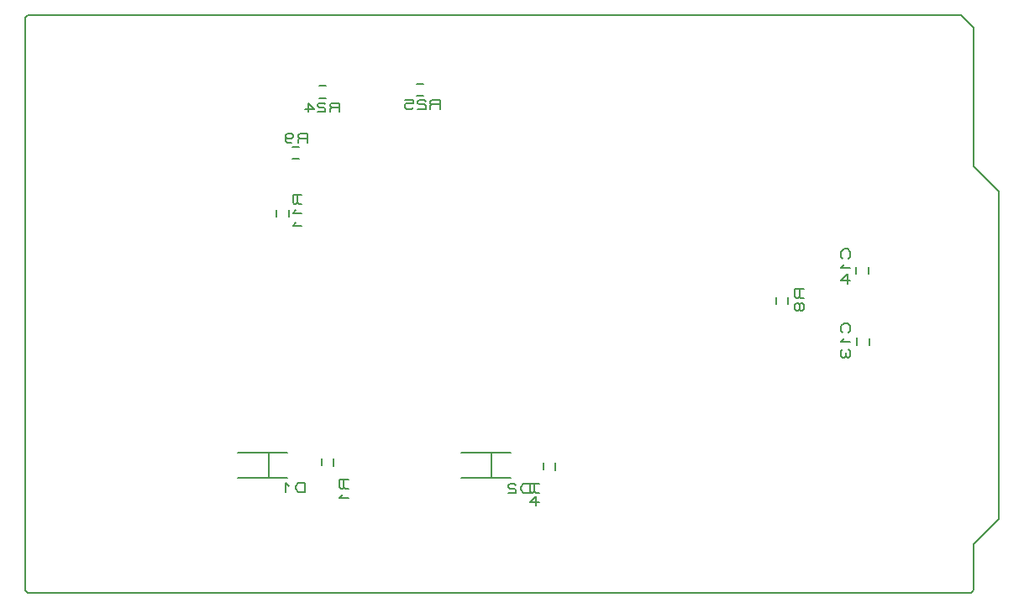
<source format=gbr>
G04 PROTEUS GERBER X2 FILE*
%TF.GenerationSoftware,Labcenter,Proteus,8.6-SP2-Build23525*%
%TF.CreationDate,2019-07-10T19:11:28+00:00*%
%TF.FileFunction,Legend,Bot*%
%TF.FilePolarity,Positive*%
%TF.Part,Single*%
%FSLAX45Y45*%
%MOMM*%
G01*
%TA.AperFunction,Profile*%
%ADD29C,0.203200*%
%TA.AperFunction,Material*%
%ADD30C,0.203200*%
%TD.AperFunction*%
D29*
X-11303600Y+6940000D02*
X-1902000Y+6940000D01*
X-1800400Y+1120000D02*
X-11303600Y+1120000D01*
X-1902000Y+6940000D02*
X-1775000Y+6813000D01*
X-1775000Y+5420000D02*
X-1521000Y+5166000D01*
X-1521000Y+1864000D01*
X-1775000Y+1610000D02*
X-1521000Y+1864000D01*
X-1775000Y+6813000D02*
X-1775000Y+5420000D01*
X-1775000Y+1610000D02*
X-1775000Y+1150000D01*
X-1775000Y+1145400D02*
X-1800400Y+1120000D01*
X-11330959Y+6914600D02*
X-11330959Y+1150000D01*
X-11305559Y+6940000D02*
X-11330959Y+6914600D01*
X-11330959Y+1145400D02*
X-11305559Y+1120000D01*
D30*
X-8348420Y+2469700D02*
X-8348420Y+2401120D01*
X-8226500Y+2469700D02*
X-8226500Y+2398580D01*
X-8074140Y+2262360D02*
X-8165580Y+2262360D01*
X-8165580Y+2182985D01*
X-8150340Y+2167110D01*
X-8135100Y+2167110D01*
X-8119860Y+2182985D01*
X-8119860Y+2262360D01*
X-8119860Y+2182985D02*
X-8104620Y+2167110D01*
X-8074140Y+2167110D01*
X-8135100Y+2103610D02*
X-8165580Y+2071860D01*
X-8074140Y+2071860D01*
X-6108420Y+2426340D02*
X-6108420Y+2357760D01*
X-5986500Y+2426340D02*
X-5986500Y+2355220D01*
X-6154140Y+2219000D02*
X-6245580Y+2219000D01*
X-6245580Y+2139625D01*
X-6230340Y+2123750D01*
X-6215100Y+2123750D01*
X-6199860Y+2139625D01*
X-6199860Y+2219000D01*
X-6199860Y+2139625D02*
X-6184620Y+2123750D01*
X-6154140Y+2123750D01*
X-6184620Y+1996750D02*
X-6184620Y+2092000D01*
X-6245580Y+2028500D01*
X-6154140Y+2028500D01*
X-2827305Y+3617141D02*
X-2827305Y+3685721D01*
X-2949225Y+3617141D02*
X-2949225Y+3688261D01*
X-3031885Y+3742731D02*
X-3016645Y+3758606D01*
X-3016645Y+3806231D01*
X-3047125Y+3837981D01*
X-3077605Y+3837981D01*
X-3108085Y+3806231D01*
X-3108085Y+3758606D01*
X-3092845Y+3742731D01*
X-3077605Y+3679231D02*
X-3108085Y+3647481D01*
X-3016645Y+3647481D01*
X-3092845Y+3568106D02*
X-3108085Y+3552231D01*
X-3108085Y+3504606D01*
X-3092845Y+3488731D01*
X-3077605Y+3488731D01*
X-3062365Y+3504606D01*
X-3047125Y+3488731D01*
X-3031885Y+3488731D01*
X-3016645Y+3504606D01*
X-3016645Y+3552231D01*
X-3031885Y+3568106D01*
X-3062365Y+3536356D02*
X-3062365Y+3504606D01*
X-2957579Y+4403301D02*
X-2957579Y+4334721D01*
X-2835659Y+4403301D02*
X-2835659Y+4332181D01*
X-3032039Y+4488211D02*
X-3016799Y+4504086D01*
X-3016799Y+4551711D01*
X-3047279Y+4583461D01*
X-3077759Y+4583461D01*
X-3108239Y+4551711D01*
X-3108239Y+4504086D01*
X-3092999Y+4488211D01*
X-3077759Y+4424711D02*
X-3108239Y+4392961D01*
X-3016799Y+4392961D01*
X-3047279Y+4234211D02*
X-3047279Y+4329461D01*
X-3108239Y+4265961D01*
X-3016799Y+4265961D01*
X-3641580Y+4029261D02*
X-3641580Y+4097841D01*
X-3763500Y+4029261D02*
X-3763500Y+4100381D01*
X-3484420Y+4180601D02*
X-3575860Y+4180601D01*
X-3575860Y+4101226D01*
X-3560620Y+4085351D01*
X-3545380Y+4085351D01*
X-3530140Y+4101226D01*
X-3530140Y+4180601D01*
X-3530140Y+4101226D02*
X-3514900Y+4085351D01*
X-3484420Y+4085351D01*
X-3530140Y+4021851D02*
X-3545380Y+4037726D01*
X-3560620Y+4037726D01*
X-3575860Y+4021851D01*
X-3575860Y+3974226D01*
X-3560620Y+3958351D01*
X-3545380Y+3958351D01*
X-3530140Y+3974226D01*
X-3530140Y+4021851D01*
X-3514900Y+4037726D01*
X-3499660Y+4037726D01*
X-3484420Y+4021851D01*
X-3484420Y+3974226D01*
X-3499660Y+3958351D01*
X-3514900Y+3958351D01*
X-3530140Y+3974226D01*
X-6938100Y+2273000D02*
X-6437720Y+2273000D01*
X-6437720Y+2527000D02*
X-6938100Y+2527000D01*
X-6630760Y+2273000D02*
X-6630760Y+2527000D01*
X-6245000Y+2123300D02*
X-6245000Y+2214740D01*
X-6308500Y+2214740D01*
X-6340250Y+2184260D01*
X-6340250Y+2153780D01*
X-6308500Y+2123300D01*
X-6245000Y+2123300D01*
X-6387875Y+2199500D02*
X-6403750Y+2214740D01*
X-6451375Y+2214740D01*
X-6467250Y+2199500D01*
X-6467250Y+2184260D01*
X-6451375Y+2169020D01*
X-6403750Y+2169020D01*
X-6387875Y+2153780D01*
X-6387875Y+2123300D01*
X-6467250Y+2123300D01*
X-9188100Y+2273000D02*
X-8687720Y+2273000D01*
X-8687720Y+2527000D02*
X-9188100Y+2527000D01*
X-8880760Y+2273000D02*
X-8880760Y+2527000D01*
X-8515000Y+2133300D02*
X-8515000Y+2224740D01*
X-8578500Y+2224740D01*
X-8610250Y+2194260D01*
X-8610250Y+2163780D01*
X-8578500Y+2133300D01*
X-8515000Y+2133300D01*
X-8673750Y+2194260D02*
X-8705500Y+2224740D01*
X-8705500Y+2133300D01*
X-8639700Y+5491580D02*
X-8571120Y+5491580D01*
X-8639700Y+5613500D02*
X-8568580Y+5613500D01*
X-8487771Y+5654121D02*
X-8487771Y+5745561D01*
X-8567146Y+5745561D01*
X-8583021Y+5730321D01*
X-8583021Y+5715081D01*
X-8567146Y+5699841D01*
X-8487771Y+5699841D01*
X-8567146Y+5699841D02*
X-8583021Y+5684601D01*
X-8583021Y+5654121D01*
X-8710021Y+5715081D02*
X-8694146Y+5699841D01*
X-8646521Y+5699841D01*
X-8630646Y+5715081D01*
X-8630646Y+5730321D01*
X-8646521Y+5745561D01*
X-8694146Y+5745561D01*
X-8710021Y+5730321D01*
X-8710021Y+5669361D01*
X-8694146Y+5654121D01*
X-8646521Y+5654121D01*
X-8798420Y+4976340D02*
X-8798420Y+4907760D01*
X-8676500Y+4976340D02*
X-8676500Y+4905220D01*
X-8544140Y+5132500D02*
X-8635580Y+5132500D01*
X-8635580Y+5053125D01*
X-8620340Y+5037250D01*
X-8605100Y+5037250D01*
X-8589860Y+5053125D01*
X-8589860Y+5132500D01*
X-8589860Y+5053125D02*
X-8574620Y+5037250D01*
X-8544140Y+5037250D01*
X-8605100Y+4973750D02*
X-8635580Y+4942000D01*
X-8544140Y+4942000D01*
X-8605100Y+4846750D02*
X-8635580Y+4815000D01*
X-8544140Y+4815000D01*
X-8300300Y+6228420D02*
X-8368880Y+6228420D01*
X-8300300Y+6106500D02*
X-8371420Y+6106500D01*
X-8164140Y+5964140D02*
X-8164140Y+6055580D01*
X-8243515Y+6055580D01*
X-8259390Y+6040340D01*
X-8259390Y+6025100D01*
X-8243515Y+6009860D01*
X-8164140Y+6009860D01*
X-8243515Y+6009860D02*
X-8259390Y+5994620D01*
X-8259390Y+5964140D01*
X-8307015Y+6040340D02*
X-8322890Y+6055580D01*
X-8370515Y+6055580D01*
X-8386390Y+6040340D01*
X-8386390Y+6025100D01*
X-8370515Y+6009860D01*
X-8322890Y+6009860D01*
X-8307015Y+5994620D01*
X-8307015Y+5964140D01*
X-8386390Y+5964140D01*
X-8513390Y+5994620D02*
X-8418140Y+5994620D01*
X-8481640Y+6055580D01*
X-8481640Y+5964140D01*
X-7320300Y+6248420D02*
X-7388880Y+6248420D01*
X-7320300Y+6126500D02*
X-7391420Y+6126500D01*
X-7154140Y+5994140D02*
X-7154140Y+6085580D01*
X-7233515Y+6085580D01*
X-7249390Y+6070340D01*
X-7249390Y+6055100D01*
X-7233515Y+6039860D01*
X-7154140Y+6039860D01*
X-7233515Y+6039860D02*
X-7249390Y+6024620D01*
X-7249390Y+5994140D01*
X-7297015Y+6070340D02*
X-7312890Y+6085580D01*
X-7360515Y+6085580D01*
X-7376390Y+6070340D01*
X-7376390Y+6055100D01*
X-7360515Y+6039860D01*
X-7312890Y+6039860D01*
X-7297015Y+6024620D01*
X-7297015Y+5994140D01*
X-7376390Y+5994140D01*
X-7503390Y+6085580D02*
X-7424015Y+6085580D01*
X-7424015Y+6055100D01*
X-7487515Y+6055100D01*
X-7503390Y+6039860D01*
X-7503390Y+6009380D01*
X-7487515Y+5994140D01*
X-7439890Y+5994140D01*
X-7424015Y+6009380D01*
M02*

</source>
